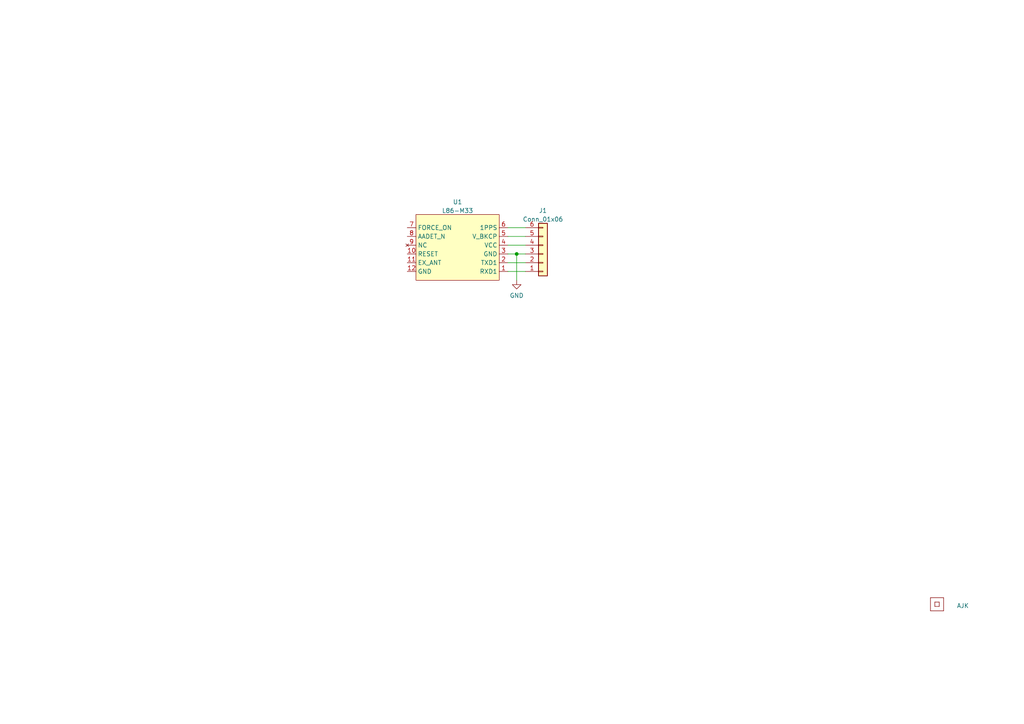
<source format=kicad_sch>
(kicad_sch (version 20211123) (generator eeschema)
  (paper "A4")
  (lib_symbols
    (symbol "Connector_Generic:Conn_01x06" (pin_names (offset 1.016) hide)
      (property "Reference" "J" (at 0 7.62 0))
      (property "Value" "Conn_01x06" (at 0 -10.16 0))
      (symbol "Conn_01x06_1_1"
        (rectangle (start -1.27 -7.493) (end 0 -7.747) (stroke (width 0.1524)))
        (rectangle (start -1.27 -4.953) (end 0 -5.207) (stroke (width 0.1524)))
        (rectangle (start -1.27 -2.413) (end 0 -2.667) (stroke (width 0.1524)))
        (rectangle (start -1.27 0.127) (end 0 -0.127) (stroke (width 0.1524)))
        (rectangle (start -1.27 2.667) (end 0 2.413) (stroke (width 0.1524)))
        (rectangle (start -1.27 5.207) (end 0 4.953) (stroke (width 0.1524)))
        (rectangle (start -1.27 6.35) (end 1.27 -8.89) (stroke (width 0.254)) (fill (type background)))
        (pin passive line (at -5.08 5.08 0) (length 3.81) (name "Pin_1") (number "1"))
        (pin passive line (at -5.08 2.54 0) (length 3.81) (name "Pin_2") (number "2"))
        (pin passive line (at -5.08 0 0) (length 3.81) (name "Pin_3") (number "3"))
        (pin passive line (at -5.08 -2.54 0) (length 3.81) (name "Pin_4") (number "4"))
        (pin passive line (at -5.08 -5.08 0) (length 3.81) (name "Pin_5") (number "5"))
        (pin passive line (at -5.08 -7.62 0) (length 3.81) (name "Pin_6") (number "6"))
      )
    )
    (symbol "RevK:AJK" (pin_names (offset 1.016)) (in_bom no)
      (property "Value" "AJK" (at 0 0 0))
    )
    (symbol "RevK:L86-M33"
      (property "Reference" "U" (at 0 11.43 0))
      (property "Value" "L86-M33" (at 0 8.89 0))
      (symbol "L86-M33_0_1"
        (rectangle (start -12.7 10.16) (end 11.43 -8.89) (stroke (width 0.1524)) (fill (type background)))
      )
      (symbol "L86-M33_1_1"
        (pin input line (at 13.97 -6.35 180) (length 2.54) (name "RXD1") (number "1"))
        (pin input line (at -15.24 -1.27 0) (length 2.54) (name "RESET") (number "10"))
        (pin passive line (at -15.24 -3.81 0) (length 2.54) (name "EX_ANT") (number "11"))
        (pin power_in line (at -15.24 -6.35 0) (length 2.54) (name "GND") (number "12"))
        (pin output line (at 13.97 -3.81 180) (length 2.54) (name "TXD1") (number "2"))
        (pin power_in line (at 13.97 -1.27 180) (length 2.54) (name "GND") (number "3"))
        (pin power_in line (at 13.97 1.27 180) (length 2.54) (name "VCC") (number "4"))
        (pin power_in line (at 13.97 3.81 180) (length 2.54) (name "V_BKCP") (number "5"))
        (pin output line (at 13.97 6.35 180) (length 2.54) (name "1PPS") (number "6"))
        (pin input line (at -15.24 6.35 0) (length 2.54) (name "FORCE_ON") (number "7"))
        (pin passive line (at -15.24 3.81 0) (length 2.54) (name "AADET_N") (number "8"))
        (pin no_connect line (at -15.24 1.27 0) (length 2.54) (name "NC") (number "9"))
      )
    )
    (symbol "RevK:QR" (pin_names (offset 1.016)) (in_bom no)
      (symbol "QR_0_1"
        (rectangle (start -1.905 -1.905) (end -1.905 1.905))
        (rectangle (start -1.905 1.905) (end 1.905 1.905))
        (rectangle (start -0.635 -0.635) (end -0.635 0.635))
        (rectangle (start -0.635 0.635) (end 0.635 0.635))
        (rectangle (start 0.635 -0.635) (end -0.635 -0.635))
        (rectangle (start 0.635 0.635) (end 0.635 -0.635))
        (rectangle (start 1.905 -1.905) (end -1.905 -1.905))
        (rectangle (start 1.905 1.905) (end 1.905 -1.905))
      )
    )
    (symbol "power:GND" (power) (pin_names (offset 0))
      (property "Value" "GND" (at 0 -3.81 0))
      (symbol "GND_0_1"
        (polyline (pts (xy 0 0) (xy 0 -1.27) (xy 1.27 -1.27) (xy 0 -2.54) (xy -1.27 -1.27) (xy 0 -1.27)))
      )
      (symbol "GND_1_1"
        (pin power_in line (at 0 0 270) (length 0) hide (name "GND") (number "1"))
      )
    )
  )
  (junction (at 149.86 73.66))
  (wire (pts (xy 147.32 73.66) (xy 149.86 73.66)))
  (wire (pts (xy 147.32 76.2) (xy 152.4 76.2)))
  (wire (pts (xy 147.32 71.12) (xy 152.4 71.12)))
  (wire (pts (xy 147.32 68.58) (xy 152.4 68.58)))
  (wire (pts (xy 149.86 73.66) (xy 152.4 73.66)))
  (wire (pts (xy 147.32 66.04) (xy 152.4 66.04)))
  (wire (pts (xy 149.86 73.66) (xy 149.86 81.28)))
  (wire (pts (xy 147.32 78.74) (xy 152.4 78.74)))
  (symbol (lib_id "power:GND") (at 149.86 81.28 0) (unit 1)
    (property "Reference" "#PWR01" (effects hide))
    (property "Value" "GND" (at 149.86 85.7234 0))
  )
  (symbol (lib_id "RevK:AJK") (at 276.86 175.26 0) (unit 1) (in_bom no)
    (property "Reference" "Logo1" (effects hide))
    (property "Value" "AJK" (at 277.495 175.6938 0) (effects (justify left)))
    (property "Footprint" "RevK:AJK" (effects hide))
    (property "Note" "Non part, PCB printed" (effects hide))
  )
  (symbol (lib_id "RevK:QR") (at 271.78 175.26 0) (unit 1) (in_bom no)
    (property "Reference" "U2" (effects hide))
    (property "Value" "QR" (effects hide))
    (property "Footprint" "RevK:QR-GPS" (effects hide))
    (property "Note" "Non part, PCB printed" (effects hide))
  )
  (symbol (lib_id "RevK:L86-M33") (at 133.35 72.39 0) (unit 1)
    (property "Reference" "U1" (at 132.715 58.581 0))
    (property "Value" "L86-M33" (at 132.715 61.1179 0))
    (property "Footprint" "RevK:L86-M33" (effects hide))
  )
  (symbol (lib_id "Connector_Generic:Conn_01x06") (at 157.48 73.66 0) (mirror x) (unit 1)
    (property "Reference" "J1" (at 157.48 61.0702 0))
    (property "Value" "Conn_01x06" (at 157.48 63.6071 0))
    (property "Footprint" "RevK:Molex_MiniSPOX_H6RA" (effects hide))
  )
)
</source>
